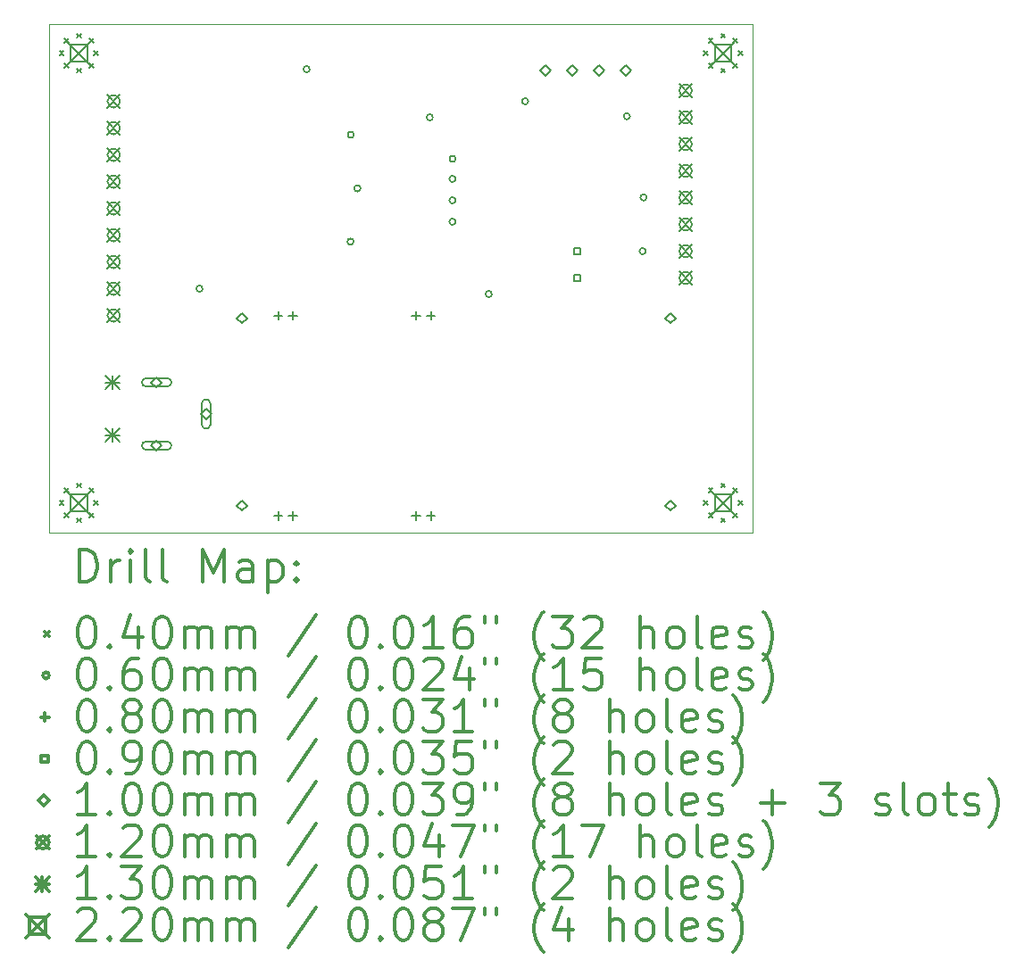
<source format=gbr>
%FSLAX45Y45*%
G04 Gerber Fmt 4.5, Leading zero omitted, Abs format (unit mm)*
G04 Created by KiCad (PCBNEW (5.1.9)-1) date 2021-06-01 19:36:49*
%MOMM*%
%LPD*%
G01*
G04 APERTURE LIST*
%TA.AperFunction,Profile*%
%ADD10C,0.050000*%
%TD*%
%ADD11C,0.200000*%
%ADD12C,0.300000*%
G04 APERTURE END LIST*
D10*
X1905000Y-7302500D02*
X1905000Y-7366000D01*
X8572500Y-7302500D02*
X8572500Y-7366000D01*
X8572500Y-2540000D02*
X7747000Y-2540000D01*
X7747000Y-7366000D02*
X8572500Y-7366000D01*
X8572500Y-2540000D02*
X8572500Y-7302500D01*
X1905000Y-7366000D02*
X7747000Y-7366000D01*
X7747000Y-2540000D02*
X1905000Y-2540000D01*
X1905000Y-7302500D02*
X1905000Y-2540000D01*
D11*
X1999400Y-2799400D02*
X2039400Y-2839400D01*
X2039400Y-2799400D02*
X1999400Y-2839400D01*
X1999400Y-7066600D02*
X2039400Y-7106600D01*
X2039400Y-7066600D02*
X1999400Y-7106600D01*
X2047727Y-2682727D02*
X2087727Y-2722727D01*
X2087727Y-2682727D02*
X2047727Y-2722727D01*
X2047727Y-2916073D02*
X2087727Y-2956073D01*
X2087727Y-2916073D02*
X2047727Y-2956073D01*
X2047727Y-6949927D02*
X2087727Y-6989927D01*
X2087727Y-6949927D02*
X2047727Y-6989927D01*
X2047727Y-7183273D02*
X2087727Y-7223273D01*
X2087727Y-7183273D02*
X2047727Y-7223273D01*
X2164400Y-2634400D02*
X2204400Y-2674400D01*
X2204400Y-2634400D02*
X2164400Y-2674400D01*
X2164400Y-2964400D02*
X2204400Y-3004400D01*
X2204400Y-2964400D02*
X2164400Y-3004400D01*
X2164400Y-6901600D02*
X2204400Y-6941600D01*
X2204400Y-6901600D02*
X2164400Y-6941600D01*
X2164400Y-7231600D02*
X2204400Y-7271600D01*
X2204400Y-7231600D02*
X2164400Y-7271600D01*
X2281073Y-2682727D02*
X2321073Y-2722727D01*
X2321073Y-2682727D02*
X2281073Y-2722727D01*
X2281073Y-2916073D02*
X2321073Y-2956073D01*
X2321073Y-2916073D02*
X2281073Y-2956073D01*
X2281073Y-6949927D02*
X2321073Y-6989927D01*
X2321073Y-6949927D02*
X2281073Y-6989927D01*
X2281073Y-7183273D02*
X2321073Y-7223273D01*
X2321073Y-7183273D02*
X2281073Y-7223273D01*
X2329400Y-2799400D02*
X2369400Y-2839400D01*
X2369400Y-2799400D02*
X2329400Y-2839400D01*
X2329400Y-7066600D02*
X2369400Y-7106600D01*
X2369400Y-7066600D02*
X2329400Y-7106600D01*
X8108100Y-2799400D02*
X8148100Y-2839400D01*
X8148100Y-2799400D02*
X8108100Y-2839400D01*
X8108100Y-7066600D02*
X8148100Y-7106600D01*
X8148100Y-7066600D02*
X8108100Y-7106600D01*
X8156427Y-2682727D02*
X8196427Y-2722727D01*
X8196427Y-2682727D02*
X8156427Y-2722727D01*
X8156427Y-2916073D02*
X8196427Y-2956073D01*
X8196427Y-2916073D02*
X8156427Y-2956073D01*
X8156427Y-6949927D02*
X8196427Y-6989927D01*
X8196427Y-6949927D02*
X8156427Y-6989927D01*
X8156427Y-7183273D02*
X8196427Y-7223273D01*
X8196427Y-7183273D02*
X8156427Y-7223273D01*
X8273100Y-2634400D02*
X8313100Y-2674400D01*
X8313100Y-2634400D02*
X8273100Y-2674400D01*
X8273100Y-2964400D02*
X8313100Y-3004400D01*
X8313100Y-2964400D02*
X8273100Y-3004400D01*
X8273100Y-6901600D02*
X8313100Y-6941600D01*
X8313100Y-6901600D02*
X8273100Y-6941600D01*
X8273100Y-7231600D02*
X8313100Y-7271600D01*
X8313100Y-7231600D02*
X8273100Y-7271600D01*
X8389773Y-2682727D02*
X8429773Y-2722727D01*
X8429773Y-2682727D02*
X8389773Y-2722727D01*
X8389773Y-2916073D02*
X8429773Y-2956073D01*
X8429773Y-2916073D02*
X8389773Y-2956073D01*
X8389773Y-6949927D02*
X8429773Y-6989927D01*
X8429773Y-6949927D02*
X8389773Y-6989927D01*
X8389773Y-7183273D02*
X8429773Y-7223273D01*
X8429773Y-7183273D02*
X8389773Y-7223273D01*
X8438100Y-2799400D02*
X8478100Y-2839400D01*
X8478100Y-2799400D02*
X8438100Y-2839400D01*
X8438100Y-7066600D02*
X8478100Y-7106600D01*
X8478100Y-7066600D02*
X8438100Y-7106600D01*
X3357400Y-5054600D02*
G75*
G03*
X3357400Y-5054600I-30000J0D01*
G01*
X4373400Y-2971800D02*
G75*
G03*
X4373400Y-2971800I-30000J0D01*
G01*
X4789960Y-4607560D02*
G75*
G03*
X4789960Y-4607560I-30000J0D01*
G01*
X4792500Y-3594100D02*
G75*
G03*
X4792500Y-3594100I-30000J0D01*
G01*
X4856000Y-4102100D02*
G75*
G03*
X4856000Y-4102100I-30000J0D01*
G01*
X5541590Y-3428790D02*
G75*
G03*
X5541590Y-3428790I-30000J0D01*
G01*
X5757700Y-3822700D02*
G75*
G03*
X5757700Y-3822700I-30000J0D01*
G01*
X5757700Y-4013200D02*
G75*
G03*
X5757700Y-4013200I-30000J0D01*
G01*
X5757700Y-4216400D02*
G75*
G03*
X5757700Y-4216400I-30000J0D01*
G01*
X5757700Y-4419600D02*
G75*
G03*
X5757700Y-4419600I-30000J0D01*
G01*
X6100600Y-5105400D02*
G75*
G03*
X6100600Y-5105400I-30000J0D01*
G01*
X6446040Y-3276600D02*
G75*
G03*
X6446040Y-3276600I-30000J0D01*
G01*
X7411240Y-3418840D02*
G75*
G03*
X7411240Y-3418840I-30000J0D01*
G01*
X7561100Y-4699000D02*
G75*
G03*
X7561100Y-4699000I-30000J0D01*
G01*
X7568720Y-4188460D02*
G75*
G03*
X7568720Y-4188460I-30000J0D01*
G01*
X4074460Y-5268740D02*
X4074460Y-5348740D01*
X4034460Y-5308740D02*
X4114460Y-5308740D01*
X4074460Y-7168740D02*
X4074460Y-7248740D01*
X4034460Y-7208740D02*
X4114460Y-7208740D01*
X4214460Y-5268740D02*
X4214460Y-5348740D01*
X4174460Y-5308740D02*
X4254460Y-5308740D01*
X4214460Y-7168740D02*
X4214460Y-7248740D01*
X4174460Y-7208740D02*
X4254460Y-7208740D01*
X5381460Y-5268740D02*
X5381460Y-5348740D01*
X5341460Y-5308740D02*
X5421460Y-5308740D01*
X5381460Y-7168740D02*
X5381460Y-7248740D01*
X5341460Y-7208740D02*
X5421460Y-7208740D01*
X5521460Y-5268740D02*
X5521460Y-5348740D01*
X5481460Y-5308740D02*
X5561460Y-5308740D01*
X5521460Y-7168740D02*
X5521460Y-7248740D01*
X5481460Y-7208740D02*
X5561460Y-7208740D01*
X6940620Y-4730820D02*
X6940620Y-4667180D01*
X6876980Y-4667180D01*
X6876980Y-4730820D01*
X6940620Y-4730820D01*
X6940620Y-4984820D02*
X6940620Y-4921180D01*
X6876980Y-4921180D01*
X6876980Y-4984820D01*
X6940620Y-4984820D01*
X2921000Y-5993600D02*
X2971000Y-5943600D01*
X2921000Y-5893600D01*
X2871000Y-5943600D01*
X2921000Y-5993600D01*
X2821000Y-5983600D02*
X3021000Y-5983600D01*
X2821000Y-5903600D02*
X3021000Y-5903600D01*
X3021000Y-5983600D02*
G75*
G03*
X3021000Y-5903600I0J40000D01*
G01*
X2821000Y-5903600D02*
G75*
G03*
X2821000Y-5983600I0J-40000D01*
G01*
X2921000Y-6593600D02*
X2971000Y-6543600D01*
X2921000Y-6493600D01*
X2871000Y-6543600D01*
X2921000Y-6593600D01*
X2821000Y-6583600D02*
X3021000Y-6583600D01*
X2821000Y-6503600D02*
X3021000Y-6503600D01*
X3021000Y-6583600D02*
G75*
G03*
X3021000Y-6503600I0J40000D01*
G01*
X2821000Y-6503600D02*
G75*
G03*
X2821000Y-6583600I0J-40000D01*
G01*
X3391000Y-6293600D02*
X3441000Y-6243600D01*
X3391000Y-6193600D01*
X3341000Y-6243600D01*
X3391000Y-6293600D01*
X3431000Y-6343600D02*
X3431000Y-6143600D01*
X3351000Y-6343600D02*
X3351000Y-6143600D01*
X3431000Y-6143600D02*
G75*
G03*
X3351000Y-6143600I-40000J0D01*
G01*
X3351000Y-6343600D02*
G75*
G03*
X3431000Y-6343600I40000J0D01*
G01*
X3733800Y-5384000D02*
X3783800Y-5334000D01*
X3733800Y-5284000D01*
X3683800Y-5334000D01*
X3733800Y-5384000D01*
X3733800Y-7162000D02*
X3783800Y-7112000D01*
X3733800Y-7062000D01*
X3683800Y-7112000D01*
X3733800Y-7162000D01*
X6609940Y-3034500D02*
X6659940Y-2984500D01*
X6609940Y-2934500D01*
X6559940Y-2984500D01*
X6609940Y-3034500D01*
X6863940Y-3034500D02*
X6913940Y-2984500D01*
X6863940Y-2934500D01*
X6813940Y-2984500D01*
X6863940Y-3034500D01*
X7117940Y-3034500D02*
X7167940Y-2984500D01*
X7117940Y-2934500D01*
X7067940Y-2984500D01*
X7117940Y-3034500D01*
X7371940Y-3034500D02*
X7421940Y-2984500D01*
X7371940Y-2934500D01*
X7321940Y-2984500D01*
X7371940Y-3034500D01*
X7797800Y-5384000D02*
X7847800Y-5334000D01*
X7797800Y-5284000D01*
X7747800Y-5334000D01*
X7797800Y-5384000D01*
X7797800Y-7162000D02*
X7847800Y-7112000D01*
X7797800Y-7062000D01*
X7747800Y-7112000D01*
X7797800Y-7162000D01*
X2454600Y-3216600D02*
X2574600Y-3336600D01*
X2574600Y-3216600D02*
X2454600Y-3336600D01*
X2574600Y-3276600D02*
G75*
G03*
X2574600Y-3276600I-60000J0D01*
G01*
X2454600Y-3470600D02*
X2574600Y-3590600D01*
X2574600Y-3470600D02*
X2454600Y-3590600D01*
X2574600Y-3530600D02*
G75*
G03*
X2574600Y-3530600I-60000J0D01*
G01*
X2454600Y-3724600D02*
X2574600Y-3844600D01*
X2574600Y-3724600D02*
X2454600Y-3844600D01*
X2574600Y-3784600D02*
G75*
G03*
X2574600Y-3784600I-60000J0D01*
G01*
X2454600Y-3978600D02*
X2574600Y-4098600D01*
X2574600Y-3978600D02*
X2454600Y-4098600D01*
X2574600Y-4038600D02*
G75*
G03*
X2574600Y-4038600I-60000J0D01*
G01*
X2454600Y-4232600D02*
X2574600Y-4352600D01*
X2574600Y-4232600D02*
X2454600Y-4352600D01*
X2574600Y-4292600D02*
G75*
G03*
X2574600Y-4292600I-60000J0D01*
G01*
X2454600Y-4486600D02*
X2574600Y-4606600D01*
X2574600Y-4486600D02*
X2454600Y-4606600D01*
X2574600Y-4546600D02*
G75*
G03*
X2574600Y-4546600I-60000J0D01*
G01*
X2454600Y-4740600D02*
X2574600Y-4860600D01*
X2574600Y-4740600D02*
X2454600Y-4860600D01*
X2574600Y-4800600D02*
G75*
G03*
X2574600Y-4800600I-60000J0D01*
G01*
X2454600Y-4994600D02*
X2574600Y-5114600D01*
X2574600Y-4994600D02*
X2454600Y-5114600D01*
X2574600Y-5054600D02*
G75*
G03*
X2574600Y-5054600I-60000J0D01*
G01*
X2454600Y-5248600D02*
X2574600Y-5368600D01*
X2574600Y-5248600D02*
X2454600Y-5368600D01*
X2574600Y-5308600D02*
G75*
G03*
X2574600Y-5308600I-60000J0D01*
G01*
X7877500Y-3115000D02*
X7997500Y-3235000D01*
X7997500Y-3115000D02*
X7877500Y-3235000D01*
X7997500Y-3175000D02*
G75*
G03*
X7997500Y-3175000I-60000J0D01*
G01*
X7877500Y-3369000D02*
X7997500Y-3489000D01*
X7997500Y-3369000D02*
X7877500Y-3489000D01*
X7997500Y-3429000D02*
G75*
G03*
X7997500Y-3429000I-60000J0D01*
G01*
X7877500Y-3623000D02*
X7997500Y-3743000D01*
X7997500Y-3623000D02*
X7877500Y-3743000D01*
X7997500Y-3683000D02*
G75*
G03*
X7997500Y-3683000I-60000J0D01*
G01*
X7877500Y-3877000D02*
X7997500Y-3997000D01*
X7997500Y-3877000D02*
X7877500Y-3997000D01*
X7997500Y-3937000D02*
G75*
G03*
X7997500Y-3937000I-60000J0D01*
G01*
X7877500Y-4131000D02*
X7997500Y-4251000D01*
X7997500Y-4131000D02*
X7877500Y-4251000D01*
X7997500Y-4191000D02*
G75*
G03*
X7997500Y-4191000I-60000J0D01*
G01*
X7877500Y-4385000D02*
X7997500Y-4505000D01*
X7997500Y-4385000D02*
X7877500Y-4505000D01*
X7997500Y-4445000D02*
G75*
G03*
X7997500Y-4445000I-60000J0D01*
G01*
X7877500Y-4639000D02*
X7997500Y-4759000D01*
X7997500Y-4639000D02*
X7877500Y-4759000D01*
X7997500Y-4699000D02*
G75*
G03*
X7997500Y-4699000I-60000J0D01*
G01*
X7877500Y-4893000D02*
X7997500Y-5013000D01*
X7997500Y-4893000D02*
X7877500Y-5013000D01*
X7997500Y-4953000D02*
G75*
G03*
X7997500Y-4953000I-60000J0D01*
G01*
X2436900Y-5878600D02*
X2566900Y-6008600D01*
X2566900Y-5878600D02*
X2436900Y-6008600D01*
X2501900Y-5878600D02*
X2501900Y-6008600D01*
X2436900Y-5943600D02*
X2566900Y-5943600D01*
X2436900Y-6378600D02*
X2566900Y-6508600D01*
X2566900Y-6378600D02*
X2436900Y-6508600D01*
X2501900Y-6378600D02*
X2501900Y-6508600D01*
X2436900Y-6443600D02*
X2566900Y-6443600D01*
X2074400Y-2709400D02*
X2294400Y-2929400D01*
X2294400Y-2709400D02*
X2074400Y-2929400D01*
X2262183Y-2897182D02*
X2262183Y-2741618D01*
X2106618Y-2741618D01*
X2106618Y-2897182D01*
X2262183Y-2897182D01*
X2074400Y-6976600D02*
X2294400Y-7196600D01*
X2294400Y-6976600D02*
X2074400Y-7196600D01*
X2262183Y-7164382D02*
X2262183Y-7008817D01*
X2106618Y-7008817D01*
X2106618Y-7164382D01*
X2262183Y-7164382D01*
X8183100Y-2709400D02*
X8403100Y-2929400D01*
X8403100Y-2709400D02*
X8183100Y-2929400D01*
X8370882Y-2897182D02*
X8370882Y-2741618D01*
X8215317Y-2741618D01*
X8215317Y-2897182D01*
X8370882Y-2897182D01*
X8183100Y-6976600D02*
X8403100Y-7196600D01*
X8403100Y-6976600D02*
X8183100Y-7196600D01*
X8370882Y-7164382D02*
X8370882Y-7008817D01*
X8215317Y-7008817D01*
X8215317Y-7164382D01*
X8370882Y-7164382D01*
D12*
X2188928Y-7834214D02*
X2188928Y-7534214D01*
X2260357Y-7534214D01*
X2303214Y-7548500D01*
X2331786Y-7577071D01*
X2346071Y-7605643D01*
X2360357Y-7662786D01*
X2360357Y-7705643D01*
X2346071Y-7762786D01*
X2331786Y-7791357D01*
X2303214Y-7819929D01*
X2260357Y-7834214D01*
X2188928Y-7834214D01*
X2488928Y-7834214D02*
X2488928Y-7634214D01*
X2488928Y-7691357D02*
X2503214Y-7662786D01*
X2517500Y-7648500D01*
X2546071Y-7634214D01*
X2574643Y-7634214D01*
X2674643Y-7834214D02*
X2674643Y-7634214D01*
X2674643Y-7534214D02*
X2660357Y-7548500D01*
X2674643Y-7562786D01*
X2688928Y-7548500D01*
X2674643Y-7534214D01*
X2674643Y-7562786D01*
X2860357Y-7834214D02*
X2831786Y-7819929D01*
X2817500Y-7791357D01*
X2817500Y-7534214D01*
X3017500Y-7834214D02*
X2988928Y-7819929D01*
X2974643Y-7791357D01*
X2974643Y-7534214D01*
X3360357Y-7834214D02*
X3360357Y-7534214D01*
X3460357Y-7748500D01*
X3560357Y-7534214D01*
X3560357Y-7834214D01*
X3831786Y-7834214D02*
X3831786Y-7677071D01*
X3817500Y-7648500D01*
X3788928Y-7634214D01*
X3731786Y-7634214D01*
X3703214Y-7648500D01*
X3831786Y-7819929D02*
X3803214Y-7834214D01*
X3731786Y-7834214D01*
X3703214Y-7819929D01*
X3688928Y-7791357D01*
X3688928Y-7762786D01*
X3703214Y-7734214D01*
X3731786Y-7719929D01*
X3803214Y-7719929D01*
X3831786Y-7705643D01*
X3974643Y-7634214D02*
X3974643Y-7934214D01*
X3974643Y-7648500D02*
X4003214Y-7634214D01*
X4060357Y-7634214D01*
X4088928Y-7648500D01*
X4103214Y-7662786D01*
X4117500Y-7691357D01*
X4117500Y-7777071D01*
X4103214Y-7805643D01*
X4088928Y-7819929D01*
X4060357Y-7834214D01*
X4003214Y-7834214D01*
X3974643Y-7819929D01*
X4246071Y-7805643D02*
X4260357Y-7819929D01*
X4246071Y-7834214D01*
X4231786Y-7819929D01*
X4246071Y-7805643D01*
X4246071Y-7834214D01*
X4246071Y-7648500D02*
X4260357Y-7662786D01*
X4246071Y-7677071D01*
X4231786Y-7662786D01*
X4246071Y-7648500D01*
X4246071Y-7677071D01*
X1862500Y-8308500D02*
X1902500Y-8348500D01*
X1902500Y-8308500D02*
X1862500Y-8348500D01*
X2246071Y-8164214D02*
X2274643Y-8164214D01*
X2303214Y-8178500D01*
X2317500Y-8192786D01*
X2331786Y-8221357D01*
X2346071Y-8278500D01*
X2346071Y-8349929D01*
X2331786Y-8407072D01*
X2317500Y-8435643D01*
X2303214Y-8449929D01*
X2274643Y-8464214D01*
X2246071Y-8464214D01*
X2217500Y-8449929D01*
X2203214Y-8435643D01*
X2188928Y-8407072D01*
X2174643Y-8349929D01*
X2174643Y-8278500D01*
X2188928Y-8221357D01*
X2203214Y-8192786D01*
X2217500Y-8178500D01*
X2246071Y-8164214D01*
X2474643Y-8435643D02*
X2488928Y-8449929D01*
X2474643Y-8464214D01*
X2460357Y-8449929D01*
X2474643Y-8435643D01*
X2474643Y-8464214D01*
X2746071Y-8264214D02*
X2746071Y-8464214D01*
X2674643Y-8149929D02*
X2603214Y-8364214D01*
X2788928Y-8364214D01*
X2960357Y-8164214D02*
X2988928Y-8164214D01*
X3017500Y-8178500D01*
X3031786Y-8192786D01*
X3046071Y-8221357D01*
X3060357Y-8278500D01*
X3060357Y-8349929D01*
X3046071Y-8407072D01*
X3031786Y-8435643D01*
X3017500Y-8449929D01*
X2988928Y-8464214D01*
X2960357Y-8464214D01*
X2931786Y-8449929D01*
X2917500Y-8435643D01*
X2903214Y-8407072D01*
X2888928Y-8349929D01*
X2888928Y-8278500D01*
X2903214Y-8221357D01*
X2917500Y-8192786D01*
X2931786Y-8178500D01*
X2960357Y-8164214D01*
X3188928Y-8464214D02*
X3188928Y-8264214D01*
X3188928Y-8292786D02*
X3203214Y-8278500D01*
X3231786Y-8264214D01*
X3274643Y-8264214D01*
X3303214Y-8278500D01*
X3317500Y-8307071D01*
X3317500Y-8464214D01*
X3317500Y-8307071D02*
X3331786Y-8278500D01*
X3360357Y-8264214D01*
X3403214Y-8264214D01*
X3431786Y-8278500D01*
X3446071Y-8307071D01*
X3446071Y-8464214D01*
X3588928Y-8464214D02*
X3588928Y-8264214D01*
X3588928Y-8292786D02*
X3603214Y-8278500D01*
X3631786Y-8264214D01*
X3674643Y-8264214D01*
X3703214Y-8278500D01*
X3717500Y-8307071D01*
X3717500Y-8464214D01*
X3717500Y-8307071D02*
X3731786Y-8278500D01*
X3760357Y-8264214D01*
X3803214Y-8264214D01*
X3831786Y-8278500D01*
X3846071Y-8307071D01*
X3846071Y-8464214D01*
X4431786Y-8149929D02*
X4174643Y-8535643D01*
X4817500Y-8164214D02*
X4846071Y-8164214D01*
X4874643Y-8178500D01*
X4888928Y-8192786D01*
X4903214Y-8221357D01*
X4917500Y-8278500D01*
X4917500Y-8349929D01*
X4903214Y-8407072D01*
X4888928Y-8435643D01*
X4874643Y-8449929D01*
X4846071Y-8464214D01*
X4817500Y-8464214D01*
X4788928Y-8449929D01*
X4774643Y-8435643D01*
X4760357Y-8407072D01*
X4746071Y-8349929D01*
X4746071Y-8278500D01*
X4760357Y-8221357D01*
X4774643Y-8192786D01*
X4788928Y-8178500D01*
X4817500Y-8164214D01*
X5046071Y-8435643D02*
X5060357Y-8449929D01*
X5046071Y-8464214D01*
X5031786Y-8449929D01*
X5046071Y-8435643D01*
X5046071Y-8464214D01*
X5246071Y-8164214D02*
X5274643Y-8164214D01*
X5303214Y-8178500D01*
X5317500Y-8192786D01*
X5331786Y-8221357D01*
X5346071Y-8278500D01*
X5346071Y-8349929D01*
X5331786Y-8407072D01*
X5317500Y-8435643D01*
X5303214Y-8449929D01*
X5274643Y-8464214D01*
X5246071Y-8464214D01*
X5217500Y-8449929D01*
X5203214Y-8435643D01*
X5188928Y-8407072D01*
X5174643Y-8349929D01*
X5174643Y-8278500D01*
X5188928Y-8221357D01*
X5203214Y-8192786D01*
X5217500Y-8178500D01*
X5246071Y-8164214D01*
X5631786Y-8464214D02*
X5460357Y-8464214D01*
X5546071Y-8464214D02*
X5546071Y-8164214D01*
X5517500Y-8207071D01*
X5488928Y-8235643D01*
X5460357Y-8249929D01*
X5888928Y-8164214D02*
X5831786Y-8164214D01*
X5803214Y-8178500D01*
X5788928Y-8192786D01*
X5760357Y-8235643D01*
X5746071Y-8292786D01*
X5746071Y-8407072D01*
X5760357Y-8435643D01*
X5774643Y-8449929D01*
X5803214Y-8464214D01*
X5860357Y-8464214D01*
X5888928Y-8449929D01*
X5903214Y-8435643D01*
X5917500Y-8407072D01*
X5917500Y-8335643D01*
X5903214Y-8307071D01*
X5888928Y-8292786D01*
X5860357Y-8278500D01*
X5803214Y-8278500D01*
X5774643Y-8292786D01*
X5760357Y-8307071D01*
X5746071Y-8335643D01*
X6031786Y-8164214D02*
X6031786Y-8221357D01*
X6146071Y-8164214D02*
X6146071Y-8221357D01*
X6588928Y-8578500D02*
X6574643Y-8564214D01*
X6546071Y-8521357D01*
X6531786Y-8492786D01*
X6517500Y-8449929D01*
X6503214Y-8378500D01*
X6503214Y-8321357D01*
X6517500Y-8249929D01*
X6531786Y-8207071D01*
X6546071Y-8178500D01*
X6574643Y-8135643D01*
X6588928Y-8121357D01*
X6674643Y-8164214D02*
X6860357Y-8164214D01*
X6760357Y-8278500D01*
X6803214Y-8278500D01*
X6831786Y-8292786D01*
X6846071Y-8307071D01*
X6860357Y-8335643D01*
X6860357Y-8407072D01*
X6846071Y-8435643D01*
X6831786Y-8449929D01*
X6803214Y-8464214D01*
X6717500Y-8464214D01*
X6688928Y-8449929D01*
X6674643Y-8435643D01*
X6974643Y-8192786D02*
X6988928Y-8178500D01*
X7017500Y-8164214D01*
X7088928Y-8164214D01*
X7117500Y-8178500D01*
X7131786Y-8192786D01*
X7146071Y-8221357D01*
X7146071Y-8249929D01*
X7131786Y-8292786D01*
X6960357Y-8464214D01*
X7146071Y-8464214D01*
X7503214Y-8464214D02*
X7503214Y-8164214D01*
X7631786Y-8464214D02*
X7631786Y-8307071D01*
X7617500Y-8278500D01*
X7588928Y-8264214D01*
X7546071Y-8264214D01*
X7517500Y-8278500D01*
X7503214Y-8292786D01*
X7817500Y-8464214D02*
X7788928Y-8449929D01*
X7774643Y-8435643D01*
X7760357Y-8407072D01*
X7760357Y-8321357D01*
X7774643Y-8292786D01*
X7788928Y-8278500D01*
X7817500Y-8264214D01*
X7860357Y-8264214D01*
X7888928Y-8278500D01*
X7903214Y-8292786D01*
X7917500Y-8321357D01*
X7917500Y-8407072D01*
X7903214Y-8435643D01*
X7888928Y-8449929D01*
X7860357Y-8464214D01*
X7817500Y-8464214D01*
X8088928Y-8464214D02*
X8060357Y-8449929D01*
X8046071Y-8421357D01*
X8046071Y-8164214D01*
X8317500Y-8449929D02*
X8288928Y-8464214D01*
X8231786Y-8464214D01*
X8203214Y-8449929D01*
X8188928Y-8421357D01*
X8188928Y-8307071D01*
X8203214Y-8278500D01*
X8231786Y-8264214D01*
X8288928Y-8264214D01*
X8317500Y-8278500D01*
X8331786Y-8307071D01*
X8331786Y-8335643D01*
X8188928Y-8364214D01*
X8446071Y-8449929D02*
X8474643Y-8464214D01*
X8531786Y-8464214D01*
X8560357Y-8449929D01*
X8574643Y-8421357D01*
X8574643Y-8407072D01*
X8560357Y-8378500D01*
X8531786Y-8364214D01*
X8488928Y-8364214D01*
X8460357Y-8349929D01*
X8446071Y-8321357D01*
X8446071Y-8307071D01*
X8460357Y-8278500D01*
X8488928Y-8264214D01*
X8531786Y-8264214D01*
X8560357Y-8278500D01*
X8674643Y-8578500D02*
X8688928Y-8564214D01*
X8717500Y-8521357D01*
X8731786Y-8492786D01*
X8746071Y-8449929D01*
X8760357Y-8378500D01*
X8760357Y-8321357D01*
X8746071Y-8249929D01*
X8731786Y-8207071D01*
X8717500Y-8178500D01*
X8688928Y-8135643D01*
X8674643Y-8121357D01*
X1902500Y-8724500D02*
G75*
G03*
X1902500Y-8724500I-30000J0D01*
G01*
X2246071Y-8560214D02*
X2274643Y-8560214D01*
X2303214Y-8574500D01*
X2317500Y-8588786D01*
X2331786Y-8617357D01*
X2346071Y-8674500D01*
X2346071Y-8745929D01*
X2331786Y-8803072D01*
X2317500Y-8831643D01*
X2303214Y-8845929D01*
X2274643Y-8860214D01*
X2246071Y-8860214D01*
X2217500Y-8845929D01*
X2203214Y-8831643D01*
X2188928Y-8803072D01*
X2174643Y-8745929D01*
X2174643Y-8674500D01*
X2188928Y-8617357D01*
X2203214Y-8588786D01*
X2217500Y-8574500D01*
X2246071Y-8560214D01*
X2474643Y-8831643D02*
X2488928Y-8845929D01*
X2474643Y-8860214D01*
X2460357Y-8845929D01*
X2474643Y-8831643D01*
X2474643Y-8860214D01*
X2746071Y-8560214D02*
X2688928Y-8560214D01*
X2660357Y-8574500D01*
X2646071Y-8588786D01*
X2617500Y-8631643D01*
X2603214Y-8688786D01*
X2603214Y-8803072D01*
X2617500Y-8831643D01*
X2631786Y-8845929D01*
X2660357Y-8860214D01*
X2717500Y-8860214D01*
X2746071Y-8845929D01*
X2760357Y-8831643D01*
X2774643Y-8803072D01*
X2774643Y-8731643D01*
X2760357Y-8703072D01*
X2746071Y-8688786D01*
X2717500Y-8674500D01*
X2660357Y-8674500D01*
X2631786Y-8688786D01*
X2617500Y-8703072D01*
X2603214Y-8731643D01*
X2960357Y-8560214D02*
X2988928Y-8560214D01*
X3017500Y-8574500D01*
X3031786Y-8588786D01*
X3046071Y-8617357D01*
X3060357Y-8674500D01*
X3060357Y-8745929D01*
X3046071Y-8803072D01*
X3031786Y-8831643D01*
X3017500Y-8845929D01*
X2988928Y-8860214D01*
X2960357Y-8860214D01*
X2931786Y-8845929D01*
X2917500Y-8831643D01*
X2903214Y-8803072D01*
X2888928Y-8745929D01*
X2888928Y-8674500D01*
X2903214Y-8617357D01*
X2917500Y-8588786D01*
X2931786Y-8574500D01*
X2960357Y-8560214D01*
X3188928Y-8860214D02*
X3188928Y-8660214D01*
X3188928Y-8688786D02*
X3203214Y-8674500D01*
X3231786Y-8660214D01*
X3274643Y-8660214D01*
X3303214Y-8674500D01*
X3317500Y-8703072D01*
X3317500Y-8860214D01*
X3317500Y-8703072D02*
X3331786Y-8674500D01*
X3360357Y-8660214D01*
X3403214Y-8660214D01*
X3431786Y-8674500D01*
X3446071Y-8703072D01*
X3446071Y-8860214D01*
X3588928Y-8860214D02*
X3588928Y-8660214D01*
X3588928Y-8688786D02*
X3603214Y-8674500D01*
X3631786Y-8660214D01*
X3674643Y-8660214D01*
X3703214Y-8674500D01*
X3717500Y-8703072D01*
X3717500Y-8860214D01*
X3717500Y-8703072D02*
X3731786Y-8674500D01*
X3760357Y-8660214D01*
X3803214Y-8660214D01*
X3831786Y-8674500D01*
X3846071Y-8703072D01*
X3846071Y-8860214D01*
X4431786Y-8545929D02*
X4174643Y-8931643D01*
X4817500Y-8560214D02*
X4846071Y-8560214D01*
X4874643Y-8574500D01*
X4888928Y-8588786D01*
X4903214Y-8617357D01*
X4917500Y-8674500D01*
X4917500Y-8745929D01*
X4903214Y-8803072D01*
X4888928Y-8831643D01*
X4874643Y-8845929D01*
X4846071Y-8860214D01*
X4817500Y-8860214D01*
X4788928Y-8845929D01*
X4774643Y-8831643D01*
X4760357Y-8803072D01*
X4746071Y-8745929D01*
X4746071Y-8674500D01*
X4760357Y-8617357D01*
X4774643Y-8588786D01*
X4788928Y-8574500D01*
X4817500Y-8560214D01*
X5046071Y-8831643D02*
X5060357Y-8845929D01*
X5046071Y-8860214D01*
X5031786Y-8845929D01*
X5046071Y-8831643D01*
X5046071Y-8860214D01*
X5246071Y-8560214D02*
X5274643Y-8560214D01*
X5303214Y-8574500D01*
X5317500Y-8588786D01*
X5331786Y-8617357D01*
X5346071Y-8674500D01*
X5346071Y-8745929D01*
X5331786Y-8803072D01*
X5317500Y-8831643D01*
X5303214Y-8845929D01*
X5274643Y-8860214D01*
X5246071Y-8860214D01*
X5217500Y-8845929D01*
X5203214Y-8831643D01*
X5188928Y-8803072D01*
X5174643Y-8745929D01*
X5174643Y-8674500D01*
X5188928Y-8617357D01*
X5203214Y-8588786D01*
X5217500Y-8574500D01*
X5246071Y-8560214D01*
X5460357Y-8588786D02*
X5474643Y-8574500D01*
X5503214Y-8560214D01*
X5574643Y-8560214D01*
X5603214Y-8574500D01*
X5617500Y-8588786D01*
X5631786Y-8617357D01*
X5631786Y-8645929D01*
X5617500Y-8688786D01*
X5446071Y-8860214D01*
X5631786Y-8860214D01*
X5888928Y-8660214D02*
X5888928Y-8860214D01*
X5817500Y-8545929D02*
X5746071Y-8760214D01*
X5931786Y-8760214D01*
X6031786Y-8560214D02*
X6031786Y-8617357D01*
X6146071Y-8560214D02*
X6146071Y-8617357D01*
X6588928Y-8974500D02*
X6574643Y-8960214D01*
X6546071Y-8917357D01*
X6531786Y-8888786D01*
X6517500Y-8845929D01*
X6503214Y-8774500D01*
X6503214Y-8717357D01*
X6517500Y-8645929D01*
X6531786Y-8603072D01*
X6546071Y-8574500D01*
X6574643Y-8531643D01*
X6588928Y-8517357D01*
X6860357Y-8860214D02*
X6688928Y-8860214D01*
X6774643Y-8860214D02*
X6774643Y-8560214D01*
X6746071Y-8603072D01*
X6717500Y-8631643D01*
X6688928Y-8645929D01*
X7131786Y-8560214D02*
X6988928Y-8560214D01*
X6974643Y-8703072D01*
X6988928Y-8688786D01*
X7017500Y-8674500D01*
X7088928Y-8674500D01*
X7117500Y-8688786D01*
X7131786Y-8703072D01*
X7146071Y-8731643D01*
X7146071Y-8803072D01*
X7131786Y-8831643D01*
X7117500Y-8845929D01*
X7088928Y-8860214D01*
X7017500Y-8860214D01*
X6988928Y-8845929D01*
X6974643Y-8831643D01*
X7503214Y-8860214D02*
X7503214Y-8560214D01*
X7631786Y-8860214D02*
X7631786Y-8703072D01*
X7617500Y-8674500D01*
X7588928Y-8660214D01*
X7546071Y-8660214D01*
X7517500Y-8674500D01*
X7503214Y-8688786D01*
X7817500Y-8860214D02*
X7788928Y-8845929D01*
X7774643Y-8831643D01*
X7760357Y-8803072D01*
X7760357Y-8717357D01*
X7774643Y-8688786D01*
X7788928Y-8674500D01*
X7817500Y-8660214D01*
X7860357Y-8660214D01*
X7888928Y-8674500D01*
X7903214Y-8688786D01*
X7917500Y-8717357D01*
X7917500Y-8803072D01*
X7903214Y-8831643D01*
X7888928Y-8845929D01*
X7860357Y-8860214D01*
X7817500Y-8860214D01*
X8088928Y-8860214D02*
X8060357Y-8845929D01*
X8046071Y-8817357D01*
X8046071Y-8560214D01*
X8317500Y-8845929D02*
X8288928Y-8860214D01*
X8231786Y-8860214D01*
X8203214Y-8845929D01*
X8188928Y-8817357D01*
X8188928Y-8703072D01*
X8203214Y-8674500D01*
X8231786Y-8660214D01*
X8288928Y-8660214D01*
X8317500Y-8674500D01*
X8331786Y-8703072D01*
X8331786Y-8731643D01*
X8188928Y-8760214D01*
X8446071Y-8845929D02*
X8474643Y-8860214D01*
X8531786Y-8860214D01*
X8560357Y-8845929D01*
X8574643Y-8817357D01*
X8574643Y-8803072D01*
X8560357Y-8774500D01*
X8531786Y-8760214D01*
X8488928Y-8760214D01*
X8460357Y-8745929D01*
X8446071Y-8717357D01*
X8446071Y-8703072D01*
X8460357Y-8674500D01*
X8488928Y-8660214D01*
X8531786Y-8660214D01*
X8560357Y-8674500D01*
X8674643Y-8974500D02*
X8688928Y-8960214D01*
X8717500Y-8917357D01*
X8731786Y-8888786D01*
X8746071Y-8845929D01*
X8760357Y-8774500D01*
X8760357Y-8717357D01*
X8746071Y-8645929D01*
X8731786Y-8603072D01*
X8717500Y-8574500D01*
X8688928Y-8531643D01*
X8674643Y-8517357D01*
X1862500Y-9080500D02*
X1862500Y-9160500D01*
X1822500Y-9120500D02*
X1902500Y-9120500D01*
X2246071Y-8956214D02*
X2274643Y-8956214D01*
X2303214Y-8970500D01*
X2317500Y-8984786D01*
X2331786Y-9013357D01*
X2346071Y-9070500D01*
X2346071Y-9141929D01*
X2331786Y-9199072D01*
X2317500Y-9227643D01*
X2303214Y-9241929D01*
X2274643Y-9256214D01*
X2246071Y-9256214D01*
X2217500Y-9241929D01*
X2203214Y-9227643D01*
X2188928Y-9199072D01*
X2174643Y-9141929D01*
X2174643Y-9070500D01*
X2188928Y-9013357D01*
X2203214Y-8984786D01*
X2217500Y-8970500D01*
X2246071Y-8956214D01*
X2474643Y-9227643D02*
X2488928Y-9241929D01*
X2474643Y-9256214D01*
X2460357Y-9241929D01*
X2474643Y-9227643D01*
X2474643Y-9256214D01*
X2660357Y-9084786D02*
X2631786Y-9070500D01*
X2617500Y-9056214D01*
X2603214Y-9027643D01*
X2603214Y-9013357D01*
X2617500Y-8984786D01*
X2631786Y-8970500D01*
X2660357Y-8956214D01*
X2717500Y-8956214D01*
X2746071Y-8970500D01*
X2760357Y-8984786D01*
X2774643Y-9013357D01*
X2774643Y-9027643D01*
X2760357Y-9056214D01*
X2746071Y-9070500D01*
X2717500Y-9084786D01*
X2660357Y-9084786D01*
X2631786Y-9099072D01*
X2617500Y-9113357D01*
X2603214Y-9141929D01*
X2603214Y-9199072D01*
X2617500Y-9227643D01*
X2631786Y-9241929D01*
X2660357Y-9256214D01*
X2717500Y-9256214D01*
X2746071Y-9241929D01*
X2760357Y-9227643D01*
X2774643Y-9199072D01*
X2774643Y-9141929D01*
X2760357Y-9113357D01*
X2746071Y-9099072D01*
X2717500Y-9084786D01*
X2960357Y-8956214D02*
X2988928Y-8956214D01*
X3017500Y-8970500D01*
X3031786Y-8984786D01*
X3046071Y-9013357D01*
X3060357Y-9070500D01*
X3060357Y-9141929D01*
X3046071Y-9199072D01*
X3031786Y-9227643D01*
X3017500Y-9241929D01*
X2988928Y-9256214D01*
X2960357Y-9256214D01*
X2931786Y-9241929D01*
X2917500Y-9227643D01*
X2903214Y-9199072D01*
X2888928Y-9141929D01*
X2888928Y-9070500D01*
X2903214Y-9013357D01*
X2917500Y-8984786D01*
X2931786Y-8970500D01*
X2960357Y-8956214D01*
X3188928Y-9256214D02*
X3188928Y-9056214D01*
X3188928Y-9084786D02*
X3203214Y-9070500D01*
X3231786Y-9056214D01*
X3274643Y-9056214D01*
X3303214Y-9070500D01*
X3317500Y-9099072D01*
X3317500Y-9256214D01*
X3317500Y-9099072D02*
X3331786Y-9070500D01*
X3360357Y-9056214D01*
X3403214Y-9056214D01*
X3431786Y-9070500D01*
X3446071Y-9099072D01*
X3446071Y-9256214D01*
X3588928Y-9256214D02*
X3588928Y-9056214D01*
X3588928Y-9084786D02*
X3603214Y-9070500D01*
X3631786Y-9056214D01*
X3674643Y-9056214D01*
X3703214Y-9070500D01*
X3717500Y-9099072D01*
X3717500Y-9256214D01*
X3717500Y-9099072D02*
X3731786Y-9070500D01*
X3760357Y-9056214D01*
X3803214Y-9056214D01*
X3831786Y-9070500D01*
X3846071Y-9099072D01*
X3846071Y-9256214D01*
X4431786Y-8941929D02*
X4174643Y-9327643D01*
X4817500Y-8956214D02*
X4846071Y-8956214D01*
X4874643Y-8970500D01*
X4888928Y-8984786D01*
X4903214Y-9013357D01*
X4917500Y-9070500D01*
X4917500Y-9141929D01*
X4903214Y-9199072D01*
X4888928Y-9227643D01*
X4874643Y-9241929D01*
X4846071Y-9256214D01*
X4817500Y-9256214D01*
X4788928Y-9241929D01*
X4774643Y-9227643D01*
X4760357Y-9199072D01*
X4746071Y-9141929D01*
X4746071Y-9070500D01*
X4760357Y-9013357D01*
X4774643Y-8984786D01*
X4788928Y-8970500D01*
X4817500Y-8956214D01*
X5046071Y-9227643D02*
X5060357Y-9241929D01*
X5046071Y-9256214D01*
X5031786Y-9241929D01*
X5046071Y-9227643D01*
X5046071Y-9256214D01*
X5246071Y-8956214D02*
X5274643Y-8956214D01*
X5303214Y-8970500D01*
X5317500Y-8984786D01*
X5331786Y-9013357D01*
X5346071Y-9070500D01*
X5346071Y-9141929D01*
X5331786Y-9199072D01*
X5317500Y-9227643D01*
X5303214Y-9241929D01*
X5274643Y-9256214D01*
X5246071Y-9256214D01*
X5217500Y-9241929D01*
X5203214Y-9227643D01*
X5188928Y-9199072D01*
X5174643Y-9141929D01*
X5174643Y-9070500D01*
X5188928Y-9013357D01*
X5203214Y-8984786D01*
X5217500Y-8970500D01*
X5246071Y-8956214D01*
X5446071Y-8956214D02*
X5631786Y-8956214D01*
X5531786Y-9070500D01*
X5574643Y-9070500D01*
X5603214Y-9084786D01*
X5617500Y-9099072D01*
X5631786Y-9127643D01*
X5631786Y-9199072D01*
X5617500Y-9227643D01*
X5603214Y-9241929D01*
X5574643Y-9256214D01*
X5488928Y-9256214D01*
X5460357Y-9241929D01*
X5446071Y-9227643D01*
X5917500Y-9256214D02*
X5746071Y-9256214D01*
X5831786Y-9256214D02*
X5831786Y-8956214D01*
X5803214Y-8999072D01*
X5774643Y-9027643D01*
X5746071Y-9041929D01*
X6031786Y-8956214D02*
X6031786Y-9013357D01*
X6146071Y-8956214D02*
X6146071Y-9013357D01*
X6588928Y-9370500D02*
X6574643Y-9356214D01*
X6546071Y-9313357D01*
X6531786Y-9284786D01*
X6517500Y-9241929D01*
X6503214Y-9170500D01*
X6503214Y-9113357D01*
X6517500Y-9041929D01*
X6531786Y-8999072D01*
X6546071Y-8970500D01*
X6574643Y-8927643D01*
X6588928Y-8913357D01*
X6746071Y-9084786D02*
X6717500Y-9070500D01*
X6703214Y-9056214D01*
X6688928Y-9027643D01*
X6688928Y-9013357D01*
X6703214Y-8984786D01*
X6717500Y-8970500D01*
X6746071Y-8956214D01*
X6803214Y-8956214D01*
X6831786Y-8970500D01*
X6846071Y-8984786D01*
X6860357Y-9013357D01*
X6860357Y-9027643D01*
X6846071Y-9056214D01*
X6831786Y-9070500D01*
X6803214Y-9084786D01*
X6746071Y-9084786D01*
X6717500Y-9099072D01*
X6703214Y-9113357D01*
X6688928Y-9141929D01*
X6688928Y-9199072D01*
X6703214Y-9227643D01*
X6717500Y-9241929D01*
X6746071Y-9256214D01*
X6803214Y-9256214D01*
X6831786Y-9241929D01*
X6846071Y-9227643D01*
X6860357Y-9199072D01*
X6860357Y-9141929D01*
X6846071Y-9113357D01*
X6831786Y-9099072D01*
X6803214Y-9084786D01*
X7217500Y-9256214D02*
X7217500Y-8956214D01*
X7346071Y-9256214D02*
X7346071Y-9099072D01*
X7331786Y-9070500D01*
X7303214Y-9056214D01*
X7260357Y-9056214D01*
X7231786Y-9070500D01*
X7217500Y-9084786D01*
X7531786Y-9256214D02*
X7503214Y-9241929D01*
X7488928Y-9227643D01*
X7474643Y-9199072D01*
X7474643Y-9113357D01*
X7488928Y-9084786D01*
X7503214Y-9070500D01*
X7531786Y-9056214D01*
X7574643Y-9056214D01*
X7603214Y-9070500D01*
X7617500Y-9084786D01*
X7631786Y-9113357D01*
X7631786Y-9199072D01*
X7617500Y-9227643D01*
X7603214Y-9241929D01*
X7574643Y-9256214D01*
X7531786Y-9256214D01*
X7803214Y-9256214D02*
X7774643Y-9241929D01*
X7760357Y-9213357D01*
X7760357Y-8956214D01*
X8031786Y-9241929D02*
X8003214Y-9256214D01*
X7946071Y-9256214D01*
X7917500Y-9241929D01*
X7903214Y-9213357D01*
X7903214Y-9099072D01*
X7917500Y-9070500D01*
X7946071Y-9056214D01*
X8003214Y-9056214D01*
X8031786Y-9070500D01*
X8046071Y-9099072D01*
X8046071Y-9127643D01*
X7903214Y-9156214D01*
X8160357Y-9241929D02*
X8188928Y-9256214D01*
X8246071Y-9256214D01*
X8274643Y-9241929D01*
X8288928Y-9213357D01*
X8288928Y-9199072D01*
X8274643Y-9170500D01*
X8246071Y-9156214D01*
X8203214Y-9156214D01*
X8174643Y-9141929D01*
X8160357Y-9113357D01*
X8160357Y-9099072D01*
X8174643Y-9070500D01*
X8203214Y-9056214D01*
X8246071Y-9056214D01*
X8274643Y-9070500D01*
X8388928Y-9370500D02*
X8403214Y-9356214D01*
X8431786Y-9313357D01*
X8446071Y-9284786D01*
X8460357Y-9241929D01*
X8474643Y-9170500D01*
X8474643Y-9113357D01*
X8460357Y-9041929D01*
X8446071Y-8999072D01*
X8431786Y-8970500D01*
X8403214Y-8927643D01*
X8388928Y-8913357D01*
X1889320Y-9548320D02*
X1889320Y-9484680D01*
X1825680Y-9484680D01*
X1825680Y-9548320D01*
X1889320Y-9548320D01*
X2246071Y-9352214D02*
X2274643Y-9352214D01*
X2303214Y-9366500D01*
X2317500Y-9380786D01*
X2331786Y-9409357D01*
X2346071Y-9466500D01*
X2346071Y-9537929D01*
X2331786Y-9595072D01*
X2317500Y-9623643D01*
X2303214Y-9637929D01*
X2274643Y-9652214D01*
X2246071Y-9652214D01*
X2217500Y-9637929D01*
X2203214Y-9623643D01*
X2188928Y-9595072D01*
X2174643Y-9537929D01*
X2174643Y-9466500D01*
X2188928Y-9409357D01*
X2203214Y-9380786D01*
X2217500Y-9366500D01*
X2246071Y-9352214D01*
X2474643Y-9623643D02*
X2488928Y-9637929D01*
X2474643Y-9652214D01*
X2460357Y-9637929D01*
X2474643Y-9623643D01*
X2474643Y-9652214D01*
X2631786Y-9652214D02*
X2688928Y-9652214D01*
X2717500Y-9637929D01*
X2731786Y-9623643D01*
X2760357Y-9580786D01*
X2774643Y-9523643D01*
X2774643Y-9409357D01*
X2760357Y-9380786D01*
X2746071Y-9366500D01*
X2717500Y-9352214D01*
X2660357Y-9352214D01*
X2631786Y-9366500D01*
X2617500Y-9380786D01*
X2603214Y-9409357D01*
X2603214Y-9480786D01*
X2617500Y-9509357D01*
X2631786Y-9523643D01*
X2660357Y-9537929D01*
X2717500Y-9537929D01*
X2746071Y-9523643D01*
X2760357Y-9509357D01*
X2774643Y-9480786D01*
X2960357Y-9352214D02*
X2988928Y-9352214D01*
X3017500Y-9366500D01*
X3031786Y-9380786D01*
X3046071Y-9409357D01*
X3060357Y-9466500D01*
X3060357Y-9537929D01*
X3046071Y-9595072D01*
X3031786Y-9623643D01*
X3017500Y-9637929D01*
X2988928Y-9652214D01*
X2960357Y-9652214D01*
X2931786Y-9637929D01*
X2917500Y-9623643D01*
X2903214Y-9595072D01*
X2888928Y-9537929D01*
X2888928Y-9466500D01*
X2903214Y-9409357D01*
X2917500Y-9380786D01*
X2931786Y-9366500D01*
X2960357Y-9352214D01*
X3188928Y-9652214D02*
X3188928Y-9452214D01*
X3188928Y-9480786D02*
X3203214Y-9466500D01*
X3231786Y-9452214D01*
X3274643Y-9452214D01*
X3303214Y-9466500D01*
X3317500Y-9495072D01*
X3317500Y-9652214D01*
X3317500Y-9495072D02*
X3331786Y-9466500D01*
X3360357Y-9452214D01*
X3403214Y-9452214D01*
X3431786Y-9466500D01*
X3446071Y-9495072D01*
X3446071Y-9652214D01*
X3588928Y-9652214D02*
X3588928Y-9452214D01*
X3588928Y-9480786D02*
X3603214Y-9466500D01*
X3631786Y-9452214D01*
X3674643Y-9452214D01*
X3703214Y-9466500D01*
X3717500Y-9495072D01*
X3717500Y-9652214D01*
X3717500Y-9495072D02*
X3731786Y-9466500D01*
X3760357Y-9452214D01*
X3803214Y-9452214D01*
X3831786Y-9466500D01*
X3846071Y-9495072D01*
X3846071Y-9652214D01*
X4431786Y-9337929D02*
X4174643Y-9723643D01*
X4817500Y-9352214D02*
X4846071Y-9352214D01*
X4874643Y-9366500D01*
X4888928Y-9380786D01*
X4903214Y-9409357D01*
X4917500Y-9466500D01*
X4917500Y-9537929D01*
X4903214Y-9595072D01*
X4888928Y-9623643D01*
X4874643Y-9637929D01*
X4846071Y-9652214D01*
X4817500Y-9652214D01*
X4788928Y-9637929D01*
X4774643Y-9623643D01*
X4760357Y-9595072D01*
X4746071Y-9537929D01*
X4746071Y-9466500D01*
X4760357Y-9409357D01*
X4774643Y-9380786D01*
X4788928Y-9366500D01*
X4817500Y-9352214D01*
X5046071Y-9623643D02*
X5060357Y-9637929D01*
X5046071Y-9652214D01*
X5031786Y-9637929D01*
X5046071Y-9623643D01*
X5046071Y-9652214D01*
X5246071Y-9352214D02*
X5274643Y-9352214D01*
X5303214Y-9366500D01*
X5317500Y-9380786D01*
X5331786Y-9409357D01*
X5346071Y-9466500D01*
X5346071Y-9537929D01*
X5331786Y-9595072D01*
X5317500Y-9623643D01*
X5303214Y-9637929D01*
X5274643Y-9652214D01*
X5246071Y-9652214D01*
X5217500Y-9637929D01*
X5203214Y-9623643D01*
X5188928Y-9595072D01*
X5174643Y-9537929D01*
X5174643Y-9466500D01*
X5188928Y-9409357D01*
X5203214Y-9380786D01*
X5217500Y-9366500D01*
X5246071Y-9352214D01*
X5446071Y-9352214D02*
X5631786Y-9352214D01*
X5531786Y-9466500D01*
X5574643Y-9466500D01*
X5603214Y-9480786D01*
X5617500Y-9495072D01*
X5631786Y-9523643D01*
X5631786Y-9595072D01*
X5617500Y-9623643D01*
X5603214Y-9637929D01*
X5574643Y-9652214D01*
X5488928Y-9652214D01*
X5460357Y-9637929D01*
X5446071Y-9623643D01*
X5903214Y-9352214D02*
X5760357Y-9352214D01*
X5746071Y-9495072D01*
X5760357Y-9480786D01*
X5788928Y-9466500D01*
X5860357Y-9466500D01*
X5888928Y-9480786D01*
X5903214Y-9495072D01*
X5917500Y-9523643D01*
X5917500Y-9595072D01*
X5903214Y-9623643D01*
X5888928Y-9637929D01*
X5860357Y-9652214D01*
X5788928Y-9652214D01*
X5760357Y-9637929D01*
X5746071Y-9623643D01*
X6031786Y-9352214D02*
X6031786Y-9409357D01*
X6146071Y-9352214D02*
X6146071Y-9409357D01*
X6588928Y-9766500D02*
X6574643Y-9752214D01*
X6546071Y-9709357D01*
X6531786Y-9680786D01*
X6517500Y-9637929D01*
X6503214Y-9566500D01*
X6503214Y-9509357D01*
X6517500Y-9437929D01*
X6531786Y-9395072D01*
X6546071Y-9366500D01*
X6574643Y-9323643D01*
X6588928Y-9309357D01*
X6688928Y-9380786D02*
X6703214Y-9366500D01*
X6731786Y-9352214D01*
X6803214Y-9352214D01*
X6831786Y-9366500D01*
X6846071Y-9380786D01*
X6860357Y-9409357D01*
X6860357Y-9437929D01*
X6846071Y-9480786D01*
X6674643Y-9652214D01*
X6860357Y-9652214D01*
X7217500Y-9652214D02*
X7217500Y-9352214D01*
X7346071Y-9652214D02*
X7346071Y-9495072D01*
X7331786Y-9466500D01*
X7303214Y-9452214D01*
X7260357Y-9452214D01*
X7231786Y-9466500D01*
X7217500Y-9480786D01*
X7531786Y-9652214D02*
X7503214Y-9637929D01*
X7488928Y-9623643D01*
X7474643Y-9595072D01*
X7474643Y-9509357D01*
X7488928Y-9480786D01*
X7503214Y-9466500D01*
X7531786Y-9452214D01*
X7574643Y-9452214D01*
X7603214Y-9466500D01*
X7617500Y-9480786D01*
X7631786Y-9509357D01*
X7631786Y-9595072D01*
X7617500Y-9623643D01*
X7603214Y-9637929D01*
X7574643Y-9652214D01*
X7531786Y-9652214D01*
X7803214Y-9652214D02*
X7774643Y-9637929D01*
X7760357Y-9609357D01*
X7760357Y-9352214D01*
X8031786Y-9637929D02*
X8003214Y-9652214D01*
X7946071Y-9652214D01*
X7917500Y-9637929D01*
X7903214Y-9609357D01*
X7903214Y-9495072D01*
X7917500Y-9466500D01*
X7946071Y-9452214D01*
X8003214Y-9452214D01*
X8031786Y-9466500D01*
X8046071Y-9495072D01*
X8046071Y-9523643D01*
X7903214Y-9552214D01*
X8160357Y-9637929D02*
X8188928Y-9652214D01*
X8246071Y-9652214D01*
X8274643Y-9637929D01*
X8288928Y-9609357D01*
X8288928Y-9595072D01*
X8274643Y-9566500D01*
X8246071Y-9552214D01*
X8203214Y-9552214D01*
X8174643Y-9537929D01*
X8160357Y-9509357D01*
X8160357Y-9495072D01*
X8174643Y-9466500D01*
X8203214Y-9452214D01*
X8246071Y-9452214D01*
X8274643Y-9466500D01*
X8388928Y-9766500D02*
X8403214Y-9752214D01*
X8431786Y-9709357D01*
X8446071Y-9680786D01*
X8460357Y-9637929D01*
X8474643Y-9566500D01*
X8474643Y-9509357D01*
X8460357Y-9437929D01*
X8446071Y-9395072D01*
X8431786Y-9366500D01*
X8403214Y-9323643D01*
X8388928Y-9309357D01*
X1852500Y-9962500D02*
X1902500Y-9912500D01*
X1852500Y-9862500D01*
X1802500Y-9912500D01*
X1852500Y-9962500D01*
X2346071Y-10048214D02*
X2174643Y-10048214D01*
X2260357Y-10048214D02*
X2260357Y-9748214D01*
X2231786Y-9791072D01*
X2203214Y-9819643D01*
X2174643Y-9833929D01*
X2474643Y-10019643D02*
X2488928Y-10033929D01*
X2474643Y-10048214D01*
X2460357Y-10033929D01*
X2474643Y-10019643D01*
X2474643Y-10048214D01*
X2674643Y-9748214D02*
X2703214Y-9748214D01*
X2731786Y-9762500D01*
X2746071Y-9776786D01*
X2760357Y-9805357D01*
X2774643Y-9862500D01*
X2774643Y-9933929D01*
X2760357Y-9991072D01*
X2746071Y-10019643D01*
X2731786Y-10033929D01*
X2703214Y-10048214D01*
X2674643Y-10048214D01*
X2646071Y-10033929D01*
X2631786Y-10019643D01*
X2617500Y-9991072D01*
X2603214Y-9933929D01*
X2603214Y-9862500D01*
X2617500Y-9805357D01*
X2631786Y-9776786D01*
X2646071Y-9762500D01*
X2674643Y-9748214D01*
X2960357Y-9748214D02*
X2988928Y-9748214D01*
X3017500Y-9762500D01*
X3031786Y-9776786D01*
X3046071Y-9805357D01*
X3060357Y-9862500D01*
X3060357Y-9933929D01*
X3046071Y-9991072D01*
X3031786Y-10019643D01*
X3017500Y-10033929D01*
X2988928Y-10048214D01*
X2960357Y-10048214D01*
X2931786Y-10033929D01*
X2917500Y-10019643D01*
X2903214Y-9991072D01*
X2888928Y-9933929D01*
X2888928Y-9862500D01*
X2903214Y-9805357D01*
X2917500Y-9776786D01*
X2931786Y-9762500D01*
X2960357Y-9748214D01*
X3188928Y-10048214D02*
X3188928Y-9848214D01*
X3188928Y-9876786D02*
X3203214Y-9862500D01*
X3231786Y-9848214D01*
X3274643Y-9848214D01*
X3303214Y-9862500D01*
X3317500Y-9891072D01*
X3317500Y-10048214D01*
X3317500Y-9891072D02*
X3331786Y-9862500D01*
X3360357Y-9848214D01*
X3403214Y-9848214D01*
X3431786Y-9862500D01*
X3446071Y-9891072D01*
X3446071Y-10048214D01*
X3588928Y-10048214D02*
X3588928Y-9848214D01*
X3588928Y-9876786D02*
X3603214Y-9862500D01*
X3631786Y-9848214D01*
X3674643Y-9848214D01*
X3703214Y-9862500D01*
X3717500Y-9891072D01*
X3717500Y-10048214D01*
X3717500Y-9891072D02*
X3731786Y-9862500D01*
X3760357Y-9848214D01*
X3803214Y-9848214D01*
X3831786Y-9862500D01*
X3846071Y-9891072D01*
X3846071Y-10048214D01*
X4431786Y-9733929D02*
X4174643Y-10119643D01*
X4817500Y-9748214D02*
X4846071Y-9748214D01*
X4874643Y-9762500D01*
X4888928Y-9776786D01*
X4903214Y-9805357D01*
X4917500Y-9862500D01*
X4917500Y-9933929D01*
X4903214Y-9991072D01*
X4888928Y-10019643D01*
X4874643Y-10033929D01*
X4846071Y-10048214D01*
X4817500Y-10048214D01*
X4788928Y-10033929D01*
X4774643Y-10019643D01*
X4760357Y-9991072D01*
X4746071Y-9933929D01*
X4746071Y-9862500D01*
X4760357Y-9805357D01*
X4774643Y-9776786D01*
X4788928Y-9762500D01*
X4817500Y-9748214D01*
X5046071Y-10019643D02*
X5060357Y-10033929D01*
X5046071Y-10048214D01*
X5031786Y-10033929D01*
X5046071Y-10019643D01*
X5046071Y-10048214D01*
X5246071Y-9748214D02*
X5274643Y-9748214D01*
X5303214Y-9762500D01*
X5317500Y-9776786D01*
X5331786Y-9805357D01*
X5346071Y-9862500D01*
X5346071Y-9933929D01*
X5331786Y-9991072D01*
X5317500Y-10019643D01*
X5303214Y-10033929D01*
X5274643Y-10048214D01*
X5246071Y-10048214D01*
X5217500Y-10033929D01*
X5203214Y-10019643D01*
X5188928Y-9991072D01*
X5174643Y-9933929D01*
X5174643Y-9862500D01*
X5188928Y-9805357D01*
X5203214Y-9776786D01*
X5217500Y-9762500D01*
X5246071Y-9748214D01*
X5446071Y-9748214D02*
X5631786Y-9748214D01*
X5531786Y-9862500D01*
X5574643Y-9862500D01*
X5603214Y-9876786D01*
X5617500Y-9891072D01*
X5631786Y-9919643D01*
X5631786Y-9991072D01*
X5617500Y-10019643D01*
X5603214Y-10033929D01*
X5574643Y-10048214D01*
X5488928Y-10048214D01*
X5460357Y-10033929D01*
X5446071Y-10019643D01*
X5774643Y-10048214D02*
X5831786Y-10048214D01*
X5860357Y-10033929D01*
X5874643Y-10019643D01*
X5903214Y-9976786D01*
X5917500Y-9919643D01*
X5917500Y-9805357D01*
X5903214Y-9776786D01*
X5888928Y-9762500D01*
X5860357Y-9748214D01*
X5803214Y-9748214D01*
X5774643Y-9762500D01*
X5760357Y-9776786D01*
X5746071Y-9805357D01*
X5746071Y-9876786D01*
X5760357Y-9905357D01*
X5774643Y-9919643D01*
X5803214Y-9933929D01*
X5860357Y-9933929D01*
X5888928Y-9919643D01*
X5903214Y-9905357D01*
X5917500Y-9876786D01*
X6031786Y-9748214D02*
X6031786Y-9805357D01*
X6146071Y-9748214D02*
X6146071Y-9805357D01*
X6588928Y-10162500D02*
X6574643Y-10148214D01*
X6546071Y-10105357D01*
X6531786Y-10076786D01*
X6517500Y-10033929D01*
X6503214Y-9962500D01*
X6503214Y-9905357D01*
X6517500Y-9833929D01*
X6531786Y-9791072D01*
X6546071Y-9762500D01*
X6574643Y-9719643D01*
X6588928Y-9705357D01*
X6746071Y-9876786D02*
X6717500Y-9862500D01*
X6703214Y-9848214D01*
X6688928Y-9819643D01*
X6688928Y-9805357D01*
X6703214Y-9776786D01*
X6717500Y-9762500D01*
X6746071Y-9748214D01*
X6803214Y-9748214D01*
X6831786Y-9762500D01*
X6846071Y-9776786D01*
X6860357Y-9805357D01*
X6860357Y-9819643D01*
X6846071Y-9848214D01*
X6831786Y-9862500D01*
X6803214Y-9876786D01*
X6746071Y-9876786D01*
X6717500Y-9891072D01*
X6703214Y-9905357D01*
X6688928Y-9933929D01*
X6688928Y-9991072D01*
X6703214Y-10019643D01*
X6717500Y-10033929D01*
X6746071Y-10048214D01*
X6803214Y-10048214D01*
X6831786Y-10033929D01*
X6846071Y-10019643D01*
X6860357Y-9991072D01*
X6860357Y-9933929D01*
X6846071Y-9905357D01*
X6831786Y-9891072D01*
X6803214Y-9876786D01*
X7217500Y-10048214D02*
X7217500Y-9748214D01*
X7346071Y-10048214D02*
X7346071Y-9891072D01*
X7331786Y-9862500D01*
X7303214Y-9848214D01*
X7260357Y-9848214D01*
X7231786Y-9862500D01*
X7217500Y-9876786D01*
X7531786Y-10048214D02*
X7503214Y-10033929D01*
X7488928Y-10019643D01*
X7474643Y-9991072D01*
X7474643Y-9905357D01*
X7488928Y-9876786D01*
X7503214Y-9862500D01*
X7531786Y-9848214D01*
X7574643Y-9848214D01*
X7603214Y-9862500D01*
X7617500Y-9876786D01*
X7631786Y-9905357D01*
X7631786Y-9991072D01*
X7617500Y-10019643D01*
X7603214Y-10033929D01*
X7574643Y-10048214D01*
X7531786Y-10048214D01*
X7803214Y-10048214D02*
X7774643Y-10033929D01*
X7760357Y-10005357D01*
X7760357Y-9748214D01*
X8031786Y-10033929D02*
X8003214Y-10048214D01*
X7946071Y-10048214D01*
X7917500Y-10033929D01*
X7903214Y-10005357D01*
X7903214Y-9891072D01*
X7917500Y-9862500D01*
X7946071Y-9848214D01*
X8003214Y-9848214D01*
X8031786Y-9862500D01*
X8046071Y-9891072D01*
X8046071Y-9919643D01*
X7903214Y-9948214D01*
X8160357Y-10033929D02*
X8188928Y-10048214D01*
X8246071Y-10048214D01*
X8274643Y-10033929D01*
X8288928Y-10005357D01*
X8288928Y-9991072D01*
X8274643Y-9962500D01*
X8246071Y-9948214D01*
X8203214Y-9948214D01*
X8174643Y-9933929D01*
X8160357Y-9905357D01*
X8160357Y-9891072D01*
X8174643Y-9862500D01*
X8203214Y-9848214D01*
X8246071Y-9848214D01*
X8274643Y-9862500D01*
X8646071Y-9933929D02*
X8874643Y-9933929D01*
X8760357Y-10048214D02*
X8760357Y-9819643D01*
X9217500Y-9748214D02*
X9403214Y-9748214D01*
X9303214Y-9862500D01*
X9346071Y-9862500D01*
X9374643Y-9876786D01*
X9388928Y-9891072D01*
X9403214Y-9919643D01*
X9403214Y-9991072D01*
X9388928Y-10019643D01*
X9374643Y-10033929D01*
X9346071Y-10048214D01*
X9260357Y-10048214D01*
X9231786Y-10033929D01*
X9217500Y-10019643D01*
X9746071Y-10033929D02*
X9774643Y-10048214D01*
X9831786Y-10048214D01*
X9860357Y-10033929D01*
X9874643Y-10005357D01*
X9874643Y-9991072D01*
X9860357Y-9962500D01*
X9831786Y-9948214D01*
X9788928Y-9948214D01*
X9760357Y-9933929D01*
X9746071Y-9905357D01*
X9746071Y-9891072D01*
X9760357Y-9862500D01*
X9788928Y-9848214D01*
X9831786Y-9848214D01*
X9860357Y-9862500D01*
X10046071Y-10048214D02*
X10017500Y-10033929D01*
X10003214Y-10005357D01*
X10003214Y-9748214D01*
X10203214Y-10048214D02*
X10174643Y-10033929D01*
X10160357Y-10019643D01*
X10146071Y-9991072D01*
X10146071Y-9905357D01*
X10160357Y-9876786D01*
X10174643Y-9862500D01*
X10203214Y-9848214D01*
X10246071Y-9848214D01*
X10274643Y-9862500D01*
X10288928Y-9876786D01*
X10303214Y-9905357D01*
X10303214Y-9991072D01*
X10288928Y-10019643D01*
X10274643Y-10033929D01*
X10246071Y-10048214D01*
X10203214Y-10048214D01*
X10388928Y-9848214D02*
X10503214Y-9848214D01*
X10431786Y-9748214D02*
X10431786Y-10005357D01*
X10446071Y-10033929D01*
X10474643Y-10048214D01*
X10503214Y-10048214D01*
X10588928Y-10033929D02*
X10617500Y-10048214D01*
X10674643Y-10048214D01*
X10703214Y-10033929D01*
X10717500Y-10005357D01*
X10717500Y-9991072D01*
X10703214Y-9962500D01*
X10674643Y-9948214D01*
X10631786Y-9948214D01*
X10603214Y-9933929D01*
X10588928Y-9905357D01*
X10588928Y-9891072D01*
X10603214Y-9862500D01*
X10631786Y-9848214D01*
X10674643Y-9848214D01*
X10703214Y-9862500D01*
X10817500Y-10162500D02*
X10831786Y-10148214D01*
X10860357Y-10105357D01*
X10874643Y-10076786D01*
X10888928Y-10033929D01*
X10903214Y-9962500D01*
X10903214Y-9905357D01*
X10888928Y-9833929D01*
X10874643Y-9791072D01*
X10860357Y-9762500D01*
X10831786Y-9719643D01*
X10817500Y-9705357D01*
X1782500Y-10248500D02*
X1902500Y-10368500D01*
X1902500Y-10248500D02*
X1782500Y-10368500D01*
X1902500Y-10308500D02*
G75*
G03*
X1902500Y-10308500I-60000J0D01*
G01*
X2346071Y-10444214D02*
X2174643Y-10444214D01*
X2260357Y-10444214D02*
X2260357Y-10144214D01*
X2231786Y-10187072D01*
X2203214Y-10215643D01*
X2174643Y-10229929D01*
X2474643Y-10415643D02*
X2488928Y-10429929D01*
X2474643Y-10444214D01*
X2460357Y-10429929D01*
X2474643Y-10415643D01*
X2474643Y-10444214D01*
X2603214Y-10172786D02*
X2617500Y-10158500D01*
X2646071Y-10144214D01*
X2717500Y-10144214D01*
X2746071Y-10158500D01*
X2760357Y-10172786D01*
X2774643Y-10201357D01*
X2774643Y-10229929D01*
X2760357Y-10272786D01*
X2588928Y-10444214D01*
X2774643Y-10444214D01*
X2960357Y-10144214D02*
X2988928Y-10144214D01*
X3017500Y-10158500D01*
X3031786Y-10172786D01*
X3046071Y-10201357D01*
X3060357Y-10258500D01*
X3060357Y-10329929D01*
X3046071Y-10387072D01*
X3031786Y-10415643D01*
X3017500Y-10429929D01*
X2988928Y-10444214D01*
X2960357Y-10444214D01*
X2931786Y-10429929D01*
X2917500Y-10415643D01*
X2903214Y-10387072D01*
X2888928Y-10329929D01*
X2888928Y-10258500D01*
X2903214Y-10201357D01*
X2917500Y-10172786D01*
X2931786Y-10158500D01*
X2960357Y-10144214D01*
X3188928Y-10444214D02*
X3188928Y-10244214D01*
X3188928Y-10272786D02*
X3203214Y-10258500D01*
X3231786Y-10244214D01*
X3274643Y-10244214D01*
X3303214Y-10258500D01*
X3317500Y-10287072D01*
X3317500Y-10444214D01*
X3317500Y-10287072D02*
X3331786Y-10258500D01*
X3360357Y-10244214D01*
X3403214Y-10244214D01*
X3431786Y-10258500D01*
X3446071Y-10287072D01*
X3446071Y-10444214D01*
X3588928Y-10444214D02*
X3588928Y-10244214D01*
X3588928Y-10272786D02*
X3603214Y-10258500D01*
X3631786Y-10244214D01*
X3674643Y-10244214D01*
X3703214Y-10258500D01*
X3717500Y-10287072D01*
X3717500Y-10444214D01*
X3717500Y-10287072D02*
X3731786Y-10258500D01*
X3760357Y-10244214D01*
X3803214Y-10244214D01*
X3831786Y-10258500D01*
X3846071Y-10287072D01*
X3846071Y-10444214D01*
X4431786Y-10129929D02*
X4174643Y-10515643D01*
X4817500Y-10144214D02*
X4846071Y-10144214D01*
X4874643Y-10158500D01*
X4888928Y-10172786D01*
X4903214Y-10201357D01*
X4917500Y-10258500D01*
X4917500Y-10329929D01*
X4903214Y-10387072D01*
X4888928Y-10415643D01*
X4874643Y-10429929D01*
X4846071Y-10444214D01*
X4817500Y-10444214D01*
X4788928Y-10429929D01*
X4774643Y-10415643D01*
X4760357Y-10387072D01*
X4746071Y-10329929D01*
X4746071Y-10258500D01*
X4760357Y-10201357D01*
X4774643Y-10172786D01*
X4788928Y-10158500D01*
X4817500Y-10144214D01*
X5046071Y-10415643D02*
X5060357Y-10429929D01*
X5046071Y-10444214D01*
X5031786Y-10429929D01*
X5046071Y-10415643D01*
X5046071Y-10444214D01*
X5246071Y-10144214D02*
X5274643Y-10144214D01*
X5303214Y-10158500D01*
X5317500Y-10172786D01*
X5331786Y-10201357D01*
X5346071Y-10258500D01*
X5346071Y-10329929D01*
X5331786Y-10387072D01*
X5317500Y-10415643D01*
X5303214Y-10429929D01*
X5274643Y-10444214D01*
X5246071Y-10444214D01*
X5217500Y-10429929D01*
X5203214Y-10415643D01*
X5188928Y-10387072D01*
X5174643Y-10329929D01*
X5174643Y-10258500D01*
X5188928Y-10201357D01*
X5203214Y-10172786D01*
X5217500Y-10158500D01*
X5246071Y-10144214D01*
X5603214Y-10244214D02*
X5603214Y-10444214D01*
X5531786Y-10129929D02*
X5460357Y-10344214D01*
X5646071Y-10344214D01*
X5731786Y-10144214D02*
X5931786Y-10144214D01*
X5803214Y-10444214D01*
X6031786Y-10144214D02*
X6031786Y-10201357D01*
X6146071Y-10144214D02*
X6146071Y-10201357D01*
X6588928Y-10558500D02*
X6574643Y-10544214D01*
X6546071Y-10501357D01*
X6531786Y-10472786D01*
X6517500Y-10429929D01*
X6503214Y-10358500D01*
X6503214Y-10301357D01*
X6517500Y-10229929D01*
X6531786Y-10187072D01*
X6546071Y-10158500D01*
X6574643Y-10115643D01*
X6588928Y-10101357D01*
X6860357Y-10444214D02*
X6688928Y-10444214D01*
X6774643Y-10444214D02*
X6774643Y-10144214D01*
X6746071Y-10187072D01*
X6717500Y-10215643D01*
X6688928Y-10229929D01*
X6960357Y-10144214D02*
X7160357Y-10144214D01*
X7031786Y-10444214D01*
X7503214Y-10444214D02*
X7503214Y-10144214D01*
X7631786Y-10444214D02*
X7631786Y-10287072D01*
X7617500Y-10258500D01*
X7588928Y-10244214D01*
X7546071Y-10244214D01*
X7517500Y-10258500D01*
X7503214Y-10272786D01*
X7817500Y-10444214D02*
X7788928Y-10429929D01*
X7774643Y-10415643D01*
X7760357Y-10387072D01*
X7760357Y-10301357D01*
X7774643Y-10272786D01*
X7788928Y-10258500D01*
X7817500Y-10244214D01*
X7860357Y-10244214D01*
X7888928Y-10258500D01*
X7903214Y-10272786D01*
X7917500Y-10301357D01*
X7917500Y-10387072D01*
X7903214Y-10415643D01*
X7888928Y-10429929D01*
X7860357Y-10444214D01*
X7817500Y-10444214D01*
X8088928Y-10444214D02*
X8060357Y-10429929D01*
X8046071Y-10401357D01*
X8046071Y-10144214D01*
X8317500Y-10429929D02*
X8288928Y-10444214D01*
X8231786Y-10444214D01*
X8203214Y-10429929D01*
X8188928Y-10401357D01*
X8188928Y-10287072D01*
X8203214Y-10258500D01*
X8231786Y-10244214D01*
X8288928Y-10244214D01*
X8317500Y-10258500D01*
X8331786Y-10287072D01*
X8331786Y-10315643D01*
X8188928Y-10344214D01*
X8446071Y-10429929D02*
X8474643Y-10444214D01*
X8531786Y-10444214D01*
X8560357Y-10429929D01*
X8574643Y-10401357D01*
X8574643Y-10387072D01*
X8560357Y-10358500D01*
X8531786Y-10344214D01*
X8488928Y-10344214D01*
X8460357Y-10329929D01*
X8446071Y-10301357D01*
X8446071Y-10287072D01*
X8460357Y-10258500D01*
X8488928Y-10244214D01*
X8531786Y-10244214D01*
X8560357Y-10258500D01*
X8674643Y-10558500D02*
X8688928Y-10544214D01*
X8717500Y-10501357D01*
X8731786Y-10472786D01*
X8746071Y-10429929D01*
X8760357Y-10358500D01*
X8760357Y-10301357D01*
X8746071Y-10229929D01*
X8731786Y-10187072D01*
X8717500Y-10158500D01*
X8688928Y-10115643D01*
X8674643Y-10101357D01*
X1772500Y-10639500D02*
X1902500Y-10769500D01*
X1902500Y-10639500D02*
X1772500Y-10769500D01*
X1837500Y-10639500D02*
X1837500Y-10769500D01*
X1772500Y-10704500D02*
X1902500Y-10704500D01*
X2346071Y-10840214D02*
X2174643Y-10840214D01*
X2260357Y-10840214D02*
X2260357Y-10540214D01*
X2231786Y-10583072D01*
X2203214Y-10611643D01*
X2174643Y-10625929D01*
X2474643Y-10811643D02*
X2488928Y-10825929D01*
X2474643Y-10840214D01*
X2460357Y-10825929D01*
X2474643Y-10811643D01*
X2474643Y-10840214D01*
X2588928Y-10540214D02*
X2774643Y-10540214D01*
X2674643Y-10654500D01*
X2717500Y-10654500D01*
X2746071Y-10668786D01*
X2760357Y-10683072D01*
X2774643Y-10711643D01*
X2774643Y-10783072D01*
X2760357Y-10811643D01*
X2746071Y-10825929D01*
X2717500Y-10840214D01*
X2631786Y-10840214D01*
X2603214Y-10825929D01*
X2588928Y-10811643D01*
X2960357Y-10540214D02*
X2988928Y-10540214D01*
X3017500Y-10554500D01*
X3031786Y-10568786D01*
X3046071Y-10597357D01*
X3060357Y-10654500D01*
X3060357Y-10725929D01*
X3046071Y-10783072D01*
X3031786Y-10811643D01*
X3017500Y-10825929D01*
X2988928Y-10840214D01*
X2960357Y-10840214D01*
X2931786Y-10825929D01*
X2917500Y-10811643D01*
X2903214Y-10783072D01*
X2888928Y-10725929D01*
X2888928Y-10654500D01*
X2903214Y-10597357D01*
X2917500Y-10568786D01*
X2931786Y-10554500D01*
X2960357Y-10540214D01*
X3188928Y-10840214D02*
X3188928Y-10640214D01*
X3188928Y-10668786D02*
X3203214Y-10654500D01*
X3231786Y-10640214D01*
X3274643Y-10640214D01*
X3303214Y-10654500D01*
X3317500Y-10683072D01*
X3317500Y-10840214D01*
X3317500Y-10683072D02*
X3331786Y-10654500D01*
X3360357Y-10640214D01*
X3403214Y-10640214D01*
X3431786Y-10654500D01*
X3446071Y-10683072D01*
X3446071Y-10840214D01*
X3588928Y-10840214D02*
X3588928Y-10640214D01*
X3588928Y-10668786D02*
X3603214Y-10654500D01*
X3631786Y-10640214D01*
X3674643Y-10640214D01*
X3703214Y-10654500D01*
X3717500Y-10683072D01*
X3717500Y-10840214D01*
X3717500Y-10683072D02*
X3731786Y-10654500D01*
X3760357Y-10640214D01*
X3803214Y-10640214D01*
X3831786Y-10654500D01*
X3846071Y-10683072D01*
X3846071Y-10840214D01*
X4431786Y-10525929D02*
X4174643Y-10911643D01*
X4817500Y-10540214D02*
X4846071Y-10540214D01*
X4874643Y-10554500D01*
X4888928Y-10568786D01*
X4903214Y-10597357D01*
X4917500Y-10654500D01*
X4917500Y-10725929D01*
X4903214Y-10783072D01*
X4888928Y-10811643D01*
X4874643Y-10825929D01*
X4846071Y-10840214D01*
X4817500Y-10840214D01*
X4788928Y-10825929D01*
X4774643Y-10811643D01*
X4760357Y-10783072D01*
X4746071Y-10725929D01*
X4746071Y-10654500D01*
X4760357Y-10597357D01*
X4774643Y-10568786D01*
X4788928Y-10554500D01*
X4817500Y-10540214D01*
X5046071Y-10811643D02*
X5060357Y-10825929D01*
X5046071Y-10840214D01*
X5031786Y-10825929D01*
X5046071Y-10811643D01*
X5046071Y-10840214D01*
X5246071Y-10540214D02*
X5274643Y-10540214D01*
X5303214Y-10554500D01*
X5317500Y-10568786D01*
X5331786Y-10597357D01*
X5346071Y-10654500D01*
X5346071Y-10725929D01*
X5331786Y-10783072D01*
X5317500Y-10811643D01*
X5303214Y-10825929D01*
X5274643Y-10840214D01*
X5246071Y-10840214D01*
X5217500Y-10825929D01*
X5203214Y-10811643D01*
X5188928Y-10783072D01*
X5174643Y-10725929D01*
X5174643Y-10654500D01*
X5188928Y-10597357D01*
X5203214Y-10568786D01*
X5217500Y-10554500D01*
X5246071Y-10540214D01*
X5617500Y-10540214D02*
X5474643Y-10540214D01*
X5460357Y-10683072D01*
X5474643Y-10668786D01*
X5503214Y-10654500D01*
X5574643Y-10654500D01*
X5603214Y-10668786D01*
X5617500Y-10683072D01*
X5631786Y-10711643D01*
X5631786Y-10783072D01*
X5617500Y-10811643D01*
X5603214Y-10825929D01*
X5574643Y-10840214D01*
X5503214Y-10840214D01*
X5474643Y-10825929D01*
X5460357Y-10811643D01*
X5917500Y-10840214D02*
X5746071Y-10840214D01*
X5831786Y-10840214D02*
X5831786Y-10540214D01*
X5803214Y-10583072D01*
X5774643Y-10611643D01*
X5746071Y-10625929D01*
X6031786Y-10540214D02*
X6031786Y-10597357D01*
X6146071Y-10540214D02*
X6146071Y-10597357D01*
X6588928Y-10954500D02*
X6574643Y-10940214D01*
X6546071Y-10897357D01*
X6531786Y-10868786D01*
X6517500Y-10825929D01*
X6503214Y-10754500D01*
X6503214Y-10697357D01*
X6517500Y-10625929D01*
X6531786Y-10583072D01*
X6546071Y-10554500D01*
X6574643Y-10511643D01*
X6588928Y-10497357D01*
X6688928Y-10568786D02*
X6703214Y-10554500D01*
X6731786Y-10540214D01*
X6803214Y-10540214D01*
X6831786Y-10554500D01*
X6846071Y-10568786D01*
X6860357Y-10597357D01*
X6860357Y-10625929D01*
X6846071Y-10668786D01*
X6674643Y-10840214D01*
X6860357Y-10840214D01*
X7217500Y-10840214D02*
X7217500Y-10540214D01*
X7346071Y-10840214D02*
X7346071Y-10683072D01*
X7331786Y-10654500D01*
X7303214Y-10640214D01*
X7260357Y-10640214D01*
X7231786Y-10654500D01*
X7217500Y-10668786D01*
X7531786Y-10840214D02*
X7503214Y-10825929D01*
X7488928Y-10811643D01*
X7474643Y-10783072D01*
X7474643Y-10697357D01*
X7488928Y-10668786D01*
X7503214Y-10654500D01*
X7531786Y-10640214D01*
X7574643Y-10640214D01*
X7603214Y-10654500D01*
X7617500Y-10668786D01*
X7631786Y-10697357D01*
X7631786Y-10783072D01*
X7617500Y-10811643D01*
X7603214Y-10825929D01*
X7574643Y-10840214D01*
X7531786Y-10840214D01*
X7803214Y-10840214D02*
X7774643Y-10825929D01*
X7760357Y-10797357D01*
X7760357Y-10540214D01*
X8031786Y-10825929D02*
X8003214Y-10840214D01*
X7946071Y-10840214D01*
X7917500Y-10825929D01*
X7903214Y-10797357D01*
X7903214Y-10683072D01*
X7917500Y-10654500D01*
X7946071Y-10640214D01*
X8003214Y-10640214D01*
X8031786Y-10654500D01*
X8046071Y-10683072D01*
X8046071Y-10711643D01*
X7903214Y-10740214D01*
X8160357Y-10825929D02*
X8188928Y-10840214D01*
X8246071Y-10840214D01*
X8274643Y-10825929D01*
X8288928Y-10797357D01*
X8288928Y-10783072D01*
X8274643Y-10754500D01*
X8246071Y-10740214D01*
X8203214Y-10740214D01*
X8174643Y-10725929D01*
X8160357Y-10697357D01*
X8160357Y-10683072D01*
X8174643Y-10654500D01*
X8203214Y-10640214D01*
X8246071Y-10640214D01*
X8274643Y-10654500D01*
X8388928Y-10954500D02*
X8403214Y-10940214D01*
X8431786Y-10897357D01*
X8446071Y-10868786D01*
X8460357Y-10825929D01*
X8474643Y-10754500D01*
X8474643Y-10697357D01*
X8460357Y-10625929D01*
X8446071Y-10583072D01*
X8431786Y-10554500D01*
X8403214Y-10511643D01*
X8388928Y-10497357D01*
X1682500Y-10990500D02*
X1902500Y-11210500D01*
X1902500Y-10990500D02*
X1682500Y-11210500D01*
X1870282Y-11178283D02*
X1870282Y-11022718D01*
X1714717Y-11022718D01*
X1714717Y-11178283D01*
X1870282Y-11178283D01*
X2174643Y-10964786D02*
X2188928Y-10950500D01*
X2217500Y-10936214D01*
X2288928Y-10936214D01*
X2317500Y-10950500D01*
X2331786Y-10964786D01*
X2346071Y-10993357D01*
X2346071Y-11021929D01*
X2331786Y-11064786D01*
X2160357Y-11236214D01*
X2346071Y-11236214D01*
X2474643Y-11207643D02*
X2488928Y-11221929D01*
X2474643Y-11236214D01*
X2460357Y-11221929D01*
X2474643Y-11207643D01*
X2474643Y-11236214D01*
X2603214Y-10964786D02*
X2617500Y-10950500D01*
X2646071Y-10936214D01*
X2717500Y-10936214D01*
X2746071Y-10950500D01*
X2760357Y-10964786D01*
X2774643Y-10993357D01*
X2774643Y-11021929D01*
X2760357Y-11064786D01*
X2588928Y-11236214D01*
X2774643Y-11236214D01*
X2960357Y-10936214D02*
X2988928Y-10936214D01*
X3017500Y-10950500D01*
X3031786Y-10964786D01*
X3046071Y-10993357D01*
X3060357Y-11050500D01*
X3060357Y-11121929D01*
X3046071Y-11179072D01*
X3031786Y-11207643D01*
X3017500Y-11221929D01*
X2988928Y-11236214D01*
X2960357Y-11236214D01*
X2931786Y-11221929D01*
X2917500Y-11207643D01*
X2903214Y-11179072D01*
X2888928Y-11121929D01*
X2888928Y-11050500D01*
X2903214Y-10993357D01*
X2917500Y-10964786D01*
X2931786Y-10950500D01*
X2960357Y-10936214D01*
X3188928Y-11236214D02*
X3188928Y-11036214D01*
X3188928Y-11064786D02*
X3203214Y-11050500D01*
X3231786Y-11036214D01*
X3274643Y-11036214D01*
X3303214Y-11050500D01*
X3317500Y-11079072D01*
X3317500Y-11236214D01*
X3317500Y-11079072D02*
X3331786Y-11050500D01*
X3360357Y-11036214D01*
X3403214Y-11036214D01*
X3431786Y-11050500D01*
X3446071Y-11079072D01*
X3446071Y-11236214D01*
X3588928Y-11236214D02*
X3588928Y-11036214D01*
X3588928Y-11064786D02*
X3603214Y-11050500D01*
X3631786Y-11036214D01*
X3674643Y-11036214D01*
X3703214Y-11050500D01*
X3717500Y-11079072D01*
X3717500Y-11236214D01*
X3717500Y-11079072D02*
X3731786Y-11050500D01*
X3760357Y-11036214D01*
X3803214Y-11036214D01*
X3831786Y-11050500D01*
X3846071Y-11079072D01*
X3846071Y-11236214D01*
X4431786Y-10921929D02*
X4174643Y-11307643D01*
X4817500Y-10936214D02*
X4846071Y-10936214D01*
X4874643Y-10950500D01*
X4888928Y-10964786D01*
X4903214Y-10993357D01*
X4917500Y-11050500D01*
X4917500Y-11121929D01*
X4903214Y-11179072D01*
X4888928Y-11207643D01*
X4874643Y-11221929D01*
X4846071Y-11236214D01*
X4817500Y-11236214D01*
X4788928Y-11221929D01*
X4774643Y-11207643D01*
X4760357Y-11179072D01*
X4746071Y-11121929D01*
X4746071Y-11050500D01*
X4760357Y-10993357D01*
X4774643Y-10964786D01*
X4788928Y-10950500D01*
X4817500Y-10936214D01*
X5046071Y-11207643D02*
X5060357Y-11221929D01*
X5046071Y-11236214D01*
X5031786Y-11221929D01*
X5046071Y-11207643D01*
X5046071Y-11236214D01*
X5246071Y-10936214D02*
X5274643Y-10936214D01*
X5303214Y-10950500D01*
X5317500Y-10964786D01*
X5331786Y-10993357D01*
X5346071Y-11050500D01*
X5346071Y-11121929D01*
X5331786Y-11179072D01*
X5317500Y-11207643D01*
X5303214Y-11221929D01*
X5274643Y-11236214D01*
X5246071Y-11236214D01*
X5217500Y-11221929D01*
X5203214Y-11207643D01*
X5188928Y-11179072D01*
X5174643Y-11121929D01*
X5174643Y-11050500D01*
X5188928Y-10993357D01*
X5203214Y-10964786D01*
X5217500Y-10950500D01*
X5246071Y-10936214D01*
X5517500Y-11064786D02*
X5488928Y-11050500D01*
X5474643Y-11036214D01*
X5460357Y-11007643D01*
X5460357Y-10993357D01*
X5474643Y-10964786D01*
X5488928Y-10950500D01*
X5517500Y-10936214D01*
X5574643Y-10936214D01*
X5603214Y-10950500D01*
X5617500Y-10964786D01*
X5631786Y-10993357D01*
X5631786Y-11007643D01*
X5617500Y-11036214D01*
X5603214Y-11050500D01*
X5574643Y-11064786D01*
X5517500Y-11064786D01*
X5488928Y-11079072D01*
X5474643Y-11093357D01*
X5460357Y-11121929D01*
X5460357Y-11179072D01*
X5474643Y-11207643D01*
X5488928Y-11221929D01*
X5517500Y-11236214D01*
X5574643Y-11236214D01*
X5603214Y-11221929D01*
X5617500Y-11207643D01*
X5631786Y-11179072D01*
X5631786Y-11121929D01*
X5617500Y-11093357D01*
X5603214Y-11079072D01*
X5574643Y-11064786D01*
X5731786Y-10936214D02*
X5931786Y-10936214D01*
X5803214Y-11236214D01*
X6031786Y-10936214D02*
X6031786Y-10993357D01*
X6146071Y-10936214D02*
X6146071Y-10993357D01*
X6588928Y-11350500D02*
X6574643Y-11336214D01*
X6546071Y-11293357D01*
X6531786Y-11264786D01*
X6517500Y-11221929D01*
X6503214Y-11150500D01*
X6503214Y-11093357D01*
X6517500Y-11021929D01*
X6531786Y-10979072D01*
X6546071Y-10950500D01*
X6574643Y-10907643D01*
X6588928Y-10893357D01*
X6831786Y-11036214D02*
X6831786Y-11236214D01*
X6760357Y-10921929D02*
X6688928Y-11136214D01*
X6874643Y-11136214D01*
X7217500Y-11236214D02*
X7217500Y-10936214D01*
X7346071Y-11236214D02*
X7346071Y-11079072D01*
X7331786Y-11050500D01*
X7303214Y-11036214D01*
X7260357Y-11036214D01*
X7231786Y-11050500D01*
X7217500Y-11064786D01*
X7531786Y-11236214D02*
X7503214Y-11221929D01*
X7488928Y-11207643D01*
X7474643Y-11179072D01*
X7474643Y-11093357D01*
X7488928Y-11064786D01*
X7503214Y-11050500D01*
X7531786Y-11036214D01*
X7574643Y-11036214D01*
X7603214Y-11050500D01*
X7617500Y-11064786D01*
X7631786Y-11093357D01*
X7631786Y-11179072D01*
X7617500Y-11207643D01*
X7603214Y-11221929D01*
X7574643Y-11236214D01*
X7531786Y-11236214D01*
X7803214Y-11236214D02*
X7774643Y-11221929D01*
X7760357Y-11193357D01*
X7760357Y-10936214D01*
X8031786Y-11221929D02*
X8003214Y-11236214D01*
X7946071Y-11236214D01*
X7917500Y-11221929D01*
X7903214Y-11193357D01*
X7903214Y-11079072D01*
X7917500Y-11050500D01*
X7946071Y-11036214D01*
X8003214Y-11036214D01*
X8031786Y-11050500D01*
X8046071Y-11079072D01*
X8046071Y-11107643D01*
X7903214Y-11136214D01*
X8160357Y-11221929D02*
X8188928Y-11236214D01*
X8246071Y-11236214D01*
X8274643Y-11221929D01*
X8288928Y-11193357D01*
X8288928Y-11179072D01*
X8274643Y-11150500D01*
X8246071Y-11136214D01*
X8203214Y-11136214D01*
X8174643Y-11121929D01*
X8160357Y-11093357D01*
X8160357Y-11079072D01*
X8174643Y-11050500D01*
X8203214Y-11036214D01*
X8246071Y-11036214D01*
X8274643Y-11050500D01*
X8388928Y-11350500D02*
X8403214Y-11336214D01*
X8431786Y-11293357D01*
X8446071Y-11264786D01*
X8460357Y-11221929D01*
X8474643Y-11150500D01*
X8474643Y-11093357D01*
X8460357Y-11021929D01*
X8446071Y-10979072D01*
X8431786Y-10950500D01*
X8403214Y-10907643D01*
X8388928Y-10893357D01*
M02*

</source>
